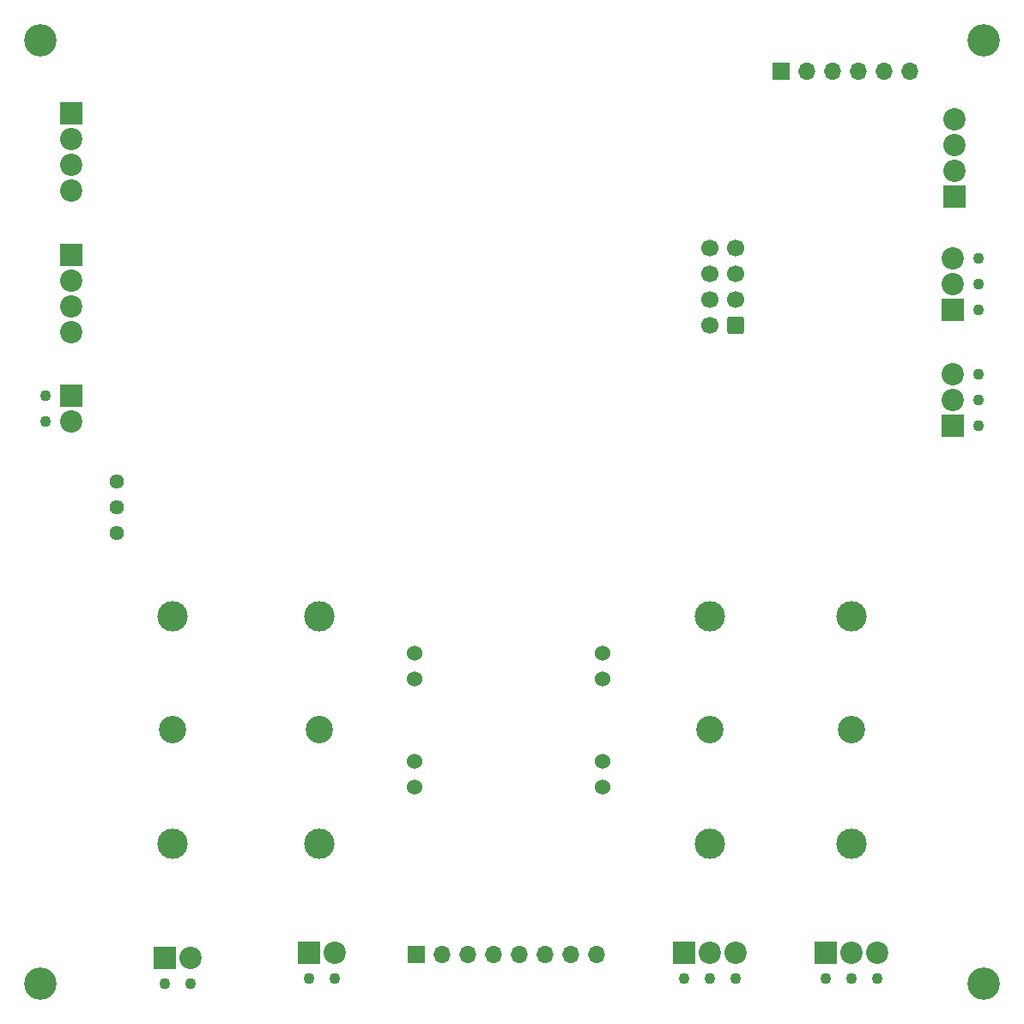
<source format=gbs>
G04 #@! TF.GenerationSoftware,KiCad,Pcbnew,6.0.6-3a73a75311~116~ubuntu22.04.1*
G04 #@! TF.CreationDate,2022-07-01T17:59:46+01:00*
G04 #@! TF.ProjectId,rLab_Door,724c6162-5f44-46f6-9f72-2e6b69636164,rev?*
G04 #@! TF.SameCoordinates,Original*
G04 #@! TF.FileFunction,Soldermask,Bot*
G04 #@! TF.FilePolarity,Negative*
%FSLAX46Y46*%
G04 Gerber Fmt 4.6, Leading zero omitted, Abs format (unit mm)*
G04 Created by KiCad (PCBNEW 6.0.6-3a73a75311~116~ubuntu22.04.1) date 2022-07-01 17:59:46*
%MOMM*%
%LPD*%
G01*
G04 APERTURE LIST*
G04 Aperture macros list*
%AMRoundRect*
0 Rectangle with rounded corners*
0 $1 Rounding radius*
0 $2 $3 $4 $5 $6 $7 $8 $9 X,Y pos of 4 corners*
0 Add a 4 corners polygon primitive as box body*
4,1,4,$2,$3,$4,$5,$6,$7,$8,$9,$2,$3,0*
0 Add four circle primitives for the rounded corners*
1,1,$1+$1,$2,$3*
1,1,$1+$1,$4,$5*
1,1,$1+$1,$6,$7*
1,1,$1+$1,$8,$9*
0 Add four rect primitives between the rounded corners*
20,1,$1+$1,$2,$3,$4,$5,0*
20,1,$1+$1,$4,$5,$6,$7,0*
20,1,$1+$1,$6,$7,$8,$9,0*
20,1,$1+$1,$8,$9,$2,$3,0*%
G04 Aperture macros list end*
%ADD10R,1.700000X1.700000*%
%ADD11O,1.700000X1.700000*%
%ADD12C,1.100000*%
%ADD13R,2.200000X2.200000*%
%ADD14C,2.200000*%
%ADD15C,3.200000*%
%ADD16C,2.700000*%
%ADD17C,3.000000*%
%ADD18C,1.524000*%
%ADD19C,1.440000*%
%ADD20RoundRect,0.250000X0.600000X0.600000X-0.600000X0.600000X-0.600000X-0.600000X0.600000X-0.600000X0*%
%ADD21C,1.700000*%
G04 APERTURE END LIST*
D10*
G04 #@! TO.C,J11*
X123000000Y-53000000D03*
D11*
X125540000Y-53000000D03*
X128080000Y-53000000D03*
X130620000Y-53000000D03*
X133160000Y-53000000D03*
X135700000Y-53000000D03*
G04 #@! TD*
D12*
G04 #@! TO.C,J10*
X79040000Y-142540000D03*
X76500000Y-142540000D03*
D13*
X76500000Y-140000000D03*
D14*
X79040000Y-140000000D03*
G04 #@! TD*
D15*
G04 #@! TO.C,REF\u002A\u002A*
X143000000Y-50000000D03*
G04 #@! TD*
D12*
G04 #@! TO.C,J8*
X50460000Y-87540000D03*
X50460000Y-85000000D03*
D13*
X53000000Y-85000000D03*
D14*
X53000000Y-87540000D03*
G04 #@! TD*
D13*
G04 #@! TO.C,J5*
X53000000Y-71185000D03*
D14*
X53000000Y-73725000D03*
X53000000Y-76265000D03*
X53000000Y-78805000D03*
G04 #@! TD*
D15*
G04 #@! TO.C,REF\u002A\u002A*
X50000000Y-50000000D03*
G04 #@! TD*
D12*
G04 #@! TO.C,J1*
X113460000Y-142540000D03*
X116000000Y-142540000D03*
X118540000Y-142540000D03*
D13*
X113460000Y-140000000D03*
D14*
X116000000Y-140000000D03*
X118540000Y-140000000D03*
G04 #@! TD*
D16*
G04 #@! TO.C,F2*
X77500000Y-118000000D03*
D17*
X77500000Y-106750000D03*
X77500000Y-129250000D03*
G04 #@! TD*
D16*
G04 #@! TO.C,F4*
X130000000Y-118000000D03*
D17*
X130000000Y-129250000D03*
X130000000Y-106750000D03*
G04 #@! TD*
D15*
G04 #@! TO.C,REF\u002A\u002A*
X50000000Y-143000000D03*
G04 #@! TD*
D13*
G04 #@! TO.C,J7*
X140107476Y-65427740D03*
D14*
X140107476Y-62887740D03*
X140107476Y-60347740D03*
X140107476Y-57807740D03*
G04 #@! TD*
D12*
G04 #@! TO.C,J2*
X132540000Y-142540000D03*
X130000000Y-142540000D03*
X127460000Y-142540000D03*
D13*
X127460000Y-140000000D03*
D14*
X130000000Y-140000000D03*
X132540000Y-140000000D03*
G04 #@! TD*
D18*
G04 #@! TO.C,U1*
X86856000Y-112936000D03*
X86856000Y-110396000D03*
X86856000Y-121064000D03*
X86856000Y-123604000D03*
X105398000Y-112936000D03*
X105398000Y-110396000D03*
X105398000Y-123604000D03*
X105398000Y-121064000D03*
G04 #@! TD*
D12*
G04 #@! TO.C,J4*
X142540000Y-82920000D03*
X142540000Y-85460000D03*
X142540000Y-88000000D03*
D13*
X140000000Y-88000000D03*
D14*
X140000000Y-85460000D03*
X140000000Y-82920000D03*
G04 #@! TD*
D16*
G04 #@! TO.C,F1*
X63000000Y-118000000D03*
D17*
X63000000Y-106750000D03*
X63000000Y-129250000D03*
G04 #@! TD*
D13*
G04 #@! TO.C,J6*
X53000000Y-57185000D03*
D14*
X53000000Y-59725000D03*
X53000000Y-62265000D03*
X53000000Y-64805000D03*
G04 #@! TD*
D12*
G04 #@! TO.C,J9*
X64770000Y-143040000D03*
X62230000Y-143040000D03*
D13*
X62230000Y-140500000D03*
D14*
X64770000Y-140500000D03*
G04 #@! TD*
D19*
G04 #@! TO.C,RV1*
X57500000Y-98550000D03*
X57500000Y-96010000D03*
X57500000Y-93470000D03*
G04 #@! TD*
D12*
G04 #@! TO.C,J3*
X142540000Y-76540000D03*
X142540000Y-74000000D03*
X142540000Y-71460000D03*
D13*
X140000000Y-76540000D03*
D14*
X140000000Y-74000000D03*
X140000000Y-71460000D03*
G04 #@! TD*
D10*
G04 #@! TO.C,J13*
X87031669Y-140137882D03*
D11*
X89571669Y-140137882D03*
X92111669Y-140137882D03*
X94651669Y-140137882D03*
X97191669Y-140137882D03*
X99731669Y-140137882D03*
X102271669Y-140137882D03*
X104811669Y-140137882D03*
G04 #@! TD*
D16*
G04 #@! TO.C,F3*
X116000000Y-118000000D03*
D17*
X116000000Y-129250000D03*
X116000000Y-106750000D03*
G04 #@! TD*
D15*
G04 #@! TO.C,REF\u002A\u002A*
X143000000Y-143000000D03*
G04 #@! TD*
D20*
G04 #@! TO.C,J12*
X118540000Y-78120000D03*
D21*
X116000000Y-78120000D03*
X118540000Y-75580000D03*
X116000000Y-75580000D03*
X118540000Y-73040000D03*
X116000000Y-73040000D03*
X118540000Y-70500000D03*
X116000000Y-70500000D03*
G04 #@! TD*
M02*

</source>
